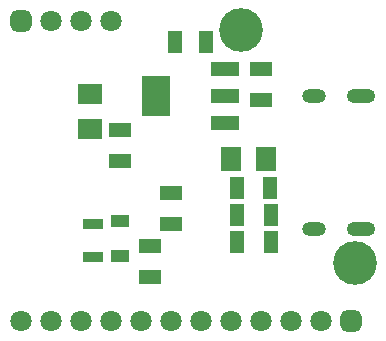
<source format=gbs>
G04*
G04 #@! TF.GenerationSoftware,Altium Limited,Altium Designer,24.8.2 (39)*
G04*
G04 Layer_Color=16711935*
%FSLAX25Y25*%
%MOIN*%
G70*
G04*
G04 #@! TF.SameCoordinates,DAEAB18A-5E43-4365-A400-F89FC780B00D*
G04*
G04*
G04 #@! TF.FilePolarity,Negative*
G04*
G01*
G75*
%ADD27C,0.14580*%
%ADD28C,0.07099*%
G04:AMPARAMS|DCode=29|XSize=70.99mil|YSize=70.99mil|CornerRadius=19.75mil|HoleSize=0mil|Usage=FLASHONLY|Rotation=180.000|XOffset=0mil|YOffset=0mil|HoleType=Round|Shape=RoundedRectangle|*
%AMROUNDEDRECTD29*
21,1,0.07099,0.03150,0,0,180.0*
21,1,0.03150,0.07099,0,0,180.0*
1,1,0.03950,-0.01575,0.01575*
1,1,0.03950,0.01575,0.01575*
1,1,0.03950,0.01575,-0.01575*
1,1,0.03950,-0.01575,-0.01575*
%
%ADD29ROUNDEDRECTD29*%
%ADD30O,0.09461X0.04737*%
%ADD31O,0.07887X0.04737*%
%ADD40R,0.06299X0.04134*%
%ADD43R,0.06693X0.03740*%
%ADD49R,0.08280X0.06706*%
%ADD50R,0.07493X0.05131*%
%ADD51R,0.05131X0.07296*%
%ADD52R,0.06706X0.08280*%
%ADD53R,0.09265X0.04540*%
%ADD54R,0.09265X0.13595*%
%ADD55R,0.05131X0.07493*%
D27*
X483500Y302500D02*
D03*
X521500Y225000D02*
D03*
D28*
X410000Y205500D02*
D03*
X420000D02*
D03*
X430000D02*
D03*
X450000D02*
D03*
X460000D02*
D03*
X480000D02*
D03*
X500000D02*
D03*
X510000D02*
D03*
X490000D02*
D03*
X470000D02*
D03*
X440000D02*
D03*
X420000Y305500D02*
D03*
X430000D02*
D03*
X440000D02*
D03*
D29*
X520000Y205500D02*
D03*
X410000Y305500D02*
D03*
D30*
X523500Y236374D02*
D03*
Y280626D02*
D03*
D31*
X507752D02*
D03*
Y236374D02*
D03*
D40*
X443000Y238807D02*
D03*
Y227193D02*
D03*
D43*
X434000Y238012D02*
D03*
Y226988D02*
D03*
D49*
X433000Y281405D02*
D03*
Y269595D02*
D03*
D50*
X443000Y269118D02*
D03*
Y258882D02*
D03*
X460000Y237882D02*
D03*
Y248118D02*
D03*
X453000Y220382D02*
D03*
Y230618D02*
D03*
X490000Y279382D02*
D03*
Y289618D02*
D03*
D51*
X482000Y232000D02*
D03*
X493221D02*
D03*
Y241000D02*
D03*
X482000D02*
D03*
X493110Y250000D02*
D03*
X481890D02*
D03*
D52*
X491811Y259500D02*
D03*
X480000D02*
D03*
D53*
X477917Y289555D02*
D03*
Y280500D02*
D03*
Y271445D02*
D03*
D54*
X455083Y280500D02*
D03*
D55*
X461500Y298500D02*
D03*
X471736D02*
D03*
M02*

</source>
